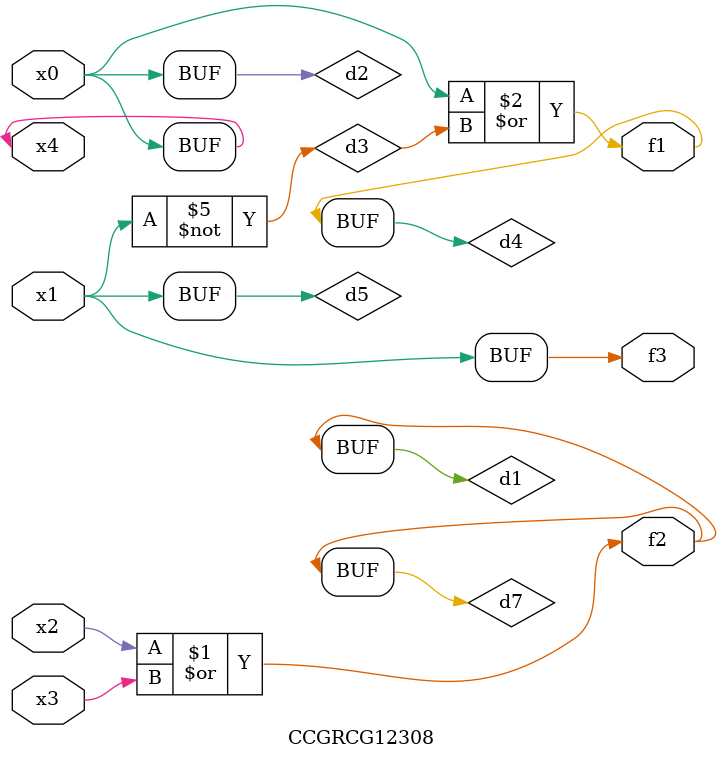
<source format=v>
module CCGRCG12308(
	input x0, x1, x2, x3, x4,
	output f1, f2, f3
);

	wire d1, d2, d3, d4, d5, d6, d7;

	or (d1, x2, x3);
	buf (d2, x0, x4);
	not (d3, x1);
	or (d4, d2, d3);
	not (d5, d3);
	nand (d6, d1, d3);
	or (d7, d1);
	assign f1 = d4;
	assign f2 = d7;
	assign f3 = d5;
endmodule

</source>
